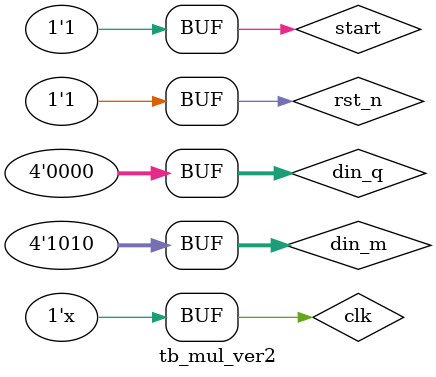
<source format=v>
`timescale 1ns/100ps
module tb_mul_ver2();
reg start, clk, rst_n;
reg [3:0] din_m, din_q;
wire [7:0] d_out;

mul4 mm( .din_m(din_m), .din_q(din_q), .d_out(d_out), .start(start), .clk(clk), .rst_n(rst_n));

initial begin 
	clk=1'b1;
	rst_n=1'b0;
end

always #2 clk = ~clk;

initial begin
#2 start =1'b1; rst_n=1'b1; din_m=4'b0001; din_q=4'd3;
#2 start =1'b1; rst_n=1'b1; din_m=4'd7; din_q=4'd1;
#2 start =1'b1; rst_n =1'b1; din_m=4'hA; din_q=4'h10;
end
endmodule
</source>
